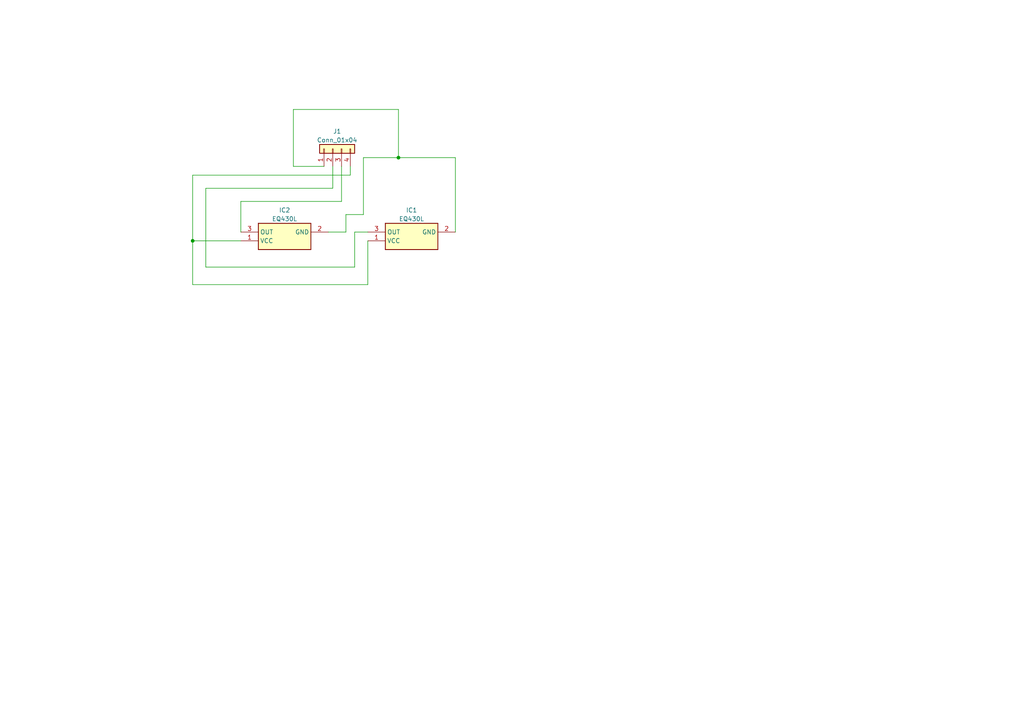
<source format=kicad_sch>
(kicad_sch (version 20230121) (generator eeschema)

  (uuid 200ab048-5445-4063-ad45-f0a3a6ac20be)

  (paper "A4")

  (lib_symbols
    (symbol "Connector_Generic:Conn_01x04" (pin_names (offset 1.016) hide) (in_bom yes) (on_board yes)
      (property "Reference" "J" (at 0 5.08 0)
        (effects (font (size 1.27 1.27)))
      )
      (property "Value" "Conn_01x04" (at 0 -7.62 0)
        (effects (font (size 1.27 1.27)))
      )
      (property "Footprint" "" (at 0 0 0)
        (effects (font (size 1.27 1.27)) hide)
      )
      (property "Datasheet" "~" (at 0 0 0)
        (effects (font (size 1.27 1.27)) hide)
      )
      (property "ki_keywords" "connector" (at 0 0 0)
        (effects (font (size 1.27 1.27)) hide)
      )
      (property "ki_description" "Generic connector, single row, 01x04, script generated (kicad-library-utils/schlib/autogen/connector/)" (at 0 0 0)
        (effects (font (size 1.27 1.27)) hide)
      )
      (property "ki_fp_filters" "Connector*:*_1x??_*" (at 0 0 0)
        (effects (font (size 1.27 1.27)) hide)
      )
      (symbol "Conn_01x04_1_1"
        (rectangle (start -1.27 -4.953) (end 0 -5.207)
          (stroke (width 0.1524) (type default))
          (fill (type none))
        )
        (rectangle (start -1.27 -2.413) (end 0 -2.667)
          (stroke (width 0.1524) (type default))
          (fill (type none))
        )
        (rectangle (start -1.27 0.127) (end 0 -0.127)
          (stroke (width 0.1524) (type default))
          (fill (type none))
        )
        (rectangle (start -1.27 2.667) (end 0 2.413)
          (stroke (width 0.1524) (type default))
          (fill (type none))
        )
        (rectangle (start -1.27 3.81) (end 1.27 -6.35)
          (stroke (width 0.254) (type default))
          (fill (type background))
        )
        (pin passive line (at -5.08 2.54 0) (length 3.81)
          (name "Pin_1" (effects (font (size 1.27 1.27))))
          (number "1" (effects (font (size 1.27 1.27))))
        )
        (pin passive line (at -5.08 0 0) (length 3.81)
          (name "Pin_2" (effects (font (size 1.27 1.27))))
          (number "2" (effects (font (size 1.27 1.27))))
        )
        (pin passive line (at -5.08 -2.54 0) (length 3.81)
          (name "Pin_3" (effects (font (size 1.27 1.27))))
          (number "3" (effects (font (size 1.27 1.27))))
        )
        (pin passive line (at -5.08 -5.08 0) (length 3.81)
          (name "Pin_4" (effects (font (size 1.27 1.27))))
          (number "4" (effects (font (size 1.27 1.27))))
        )
      )
    )
    (symbol "SamacSys_Parts:EQ430L" (in_bom yes) (on_board yes)
      (property "Reference" "IC" (at 21.59 7.62 0)
        (effects (font (size 1.27 1.27)) (justify left top))
      )
      (property "Value" "EQ430L" (at 21.59 5.08 0)
        (effects (font (size 1.27 1.27)) (justify left top))
      )
      (property "Footprint" "EQ430L" (at 21.59 -94.92 0)
        (effects (font (size 1.27 1.27)) (justify left top) hide)
      )
      (property "Datasheet" "https://www.akm.com/content/dam/documents/products/magnetic-sensor/linear-hall-effect-ic/eq430l/eq430l-en-datasheet.pdf" (at 21.59 -194.92 0)
        (effects (font (size 1.27 1.27)) (justify left top) hide)
      )
      (property "Height" "1.4" (at 21.59 -394.92 0)
        (effects (font (size 1.27 1.27)) (justify left top) hide)
      )
      (property "Mouser Part Number" "" (at 21.59 -494.92 0)
        (effects (font (size 1.27 1.27)) (justify left top) hide)
      )
      (property "Mouser Price/Stock" "" (at 21.59 -594.92 0)
        (effects (font (size 1.27 1.27)) (justify left top) hide)
      )
      (property "Manufacturer_Name" "AKM" (at 21.59 -694.92 0)
        (effects (font (size 1.27 1.27)) (justify left top) hide)
      )
      (property "Manufacturer_Part_Number" "EQ430L" (at 21.59 -794.92 0)
        (effects (font (size 1.27 1.27)) (justify left top) hide)
      )
      (property "ki_description" "Hybrid Linear Hall Effect Ics EQ-series" (at 0 0 0)
        (effects (font (size 1.27 1.27)) hide)
      )
      (symbol "EQ430L_1_1"
        (rectangle (start 5.08 2.54) (end 20.32 -5.08)
          (stroke (width 0.254) (type default))
          (fill (type background))
        )
        (pin passive line (at 0 -2.54 0) (length 5.08)
          (name "VCC" (effects (font (size 1.27 1.27))))
          (number "1" (effects (font (size 1.27 1.27))))
        )
        (pin passive line (at 25.4 0 180) (length 5.08)
          (name "GND" (effects (font (size 1.27 1.27))))
          (number "2" (effects (font (size 1.27 1.27))))
        )
        (pin passive line (at 0 0 0) (length 5.08)
          (name "OUT" (effects (font (size 1.27 1.27))))
          (number "3" (effects (font (size 1.27 1.27))))
        )
      )
    )
  )

  (junction (at 115.57 45.72) (diameter 0) (color 0 0 0 0)
    (uuid 7f67d10a-f7ba-4f5f-a416-f632725aa52f)
  )
  (junction (at 55.88 69.85) (diameter 0) (color 0 0 0 0)
    (uuid af724c36-b733-4777-a180-7b43ede06e7d)
  )

  (wire (pts (xy 59.69 54.61) (xy 96.52 54.61))
    (stroke (width 0) (type default))
    (uuid 065a8227-90d6-4535-90aa-c3baadf16afb)
  )
  (wire (pts (xy 100.33 67.31) (xy 95.25 67.31))
    (stroke (width 0) (type default))
    (uuid 099b9da3-20a1-480e-90ee-7bd5c8d37bb3)
  )
  (wire (pts (xy 115.57 31.75) (xy 85.09 31.75))
    (stroke (width 0) (type default))
    (uuid 1d3da66e-1470-411d-8d71-db1fb3711661)
  )
  (wire (pts (xy 55.88 82.55) (xy 55.88 69.85))
    (stroke (width 0) (type default))
    (uuid 1e5b60e0-e49b-48b0-8c4d-08592d11ad5c)
  )
  (wire (pts (xy 115.57 45.72) (xy 105.41 45.72))
    (stroke (width 0) (type default))
    (uuid 266421da-250f-4015-8480-9cf7f5237e5f)
  )
  (wire (pts (xy 106.68 82.55) (xy 55.88 82.55))
    (stroke (width 0) (type default))
    (uuid 269742ec-66a1-4920-b4bd-dad39fb06319)
  )
  (wire (pts (xy 55.88 50.8) (xy 101.6 50.8))
    (stroke (width 0) (type default))
    (uuid 2fbb4224-f5bf-48e7-96c7-66fee0263c10)
  )
  (wire (pts (xy 100.33 62.23) (xy 100.33 67.31))
    (stroke (width 0) (type default))
    (uuid 427d965e-b216-46d7-89f4-7d12b4b2dd06)
  )
  (wire (pts (xy 69.85 67.31) (xy 69.85 58.42))
    (stroke (width 0) (type default))
    (uuid 458f9788-c729-45fd-8e8c-fd60db5915bf)
  )
  (wire (pts (xy 115.57 45.72) (xy 115.57 31.75))
    (stroke (width 0) (type default))
    (uuid 46c31a9e-4522-4772-95c5-86778cd9cb53)
  )
  (wire (pts (xy 85.09 31.75) (xy 85.09 48.26))
    (stroke (width 0) (type default))
    (uuid 487a473a-a859-4bf6-a9eb-98b03109d118)
  )
  (wire (pts (xy 100.33 62.23) (xy 105.41 62.23))
    (stroke (width 0) (type default))
    (uuid 4c9c4d1d-63ce-4525-94c9-fd28aa8c820d)
  )
  (wire (pts (xy 55.88 69.85) (xy 55.88 50.8))
    (stroke (width 0) (type default))
    (uuid 4ff33ae5-468d-4a69-82a1-d3ff089025ac)
  )
  (wire (pts (xy 102.87 77.47) (xy 59.69 77.47))
    (stroke (width 0) (type default))
    (uuid 61de7834-7dc2-4eb0-a300-cf8baa1e32be)
  )
  (wire (pts (xy 96.52 48.26) (xy 96.52 54.61))
    (stroke (width 0) (type default))
    (uuid 788de824-3ba2-4518-b493-63d0f72b2b39)
  )
  (wire (pts (xy 101.6 50.8) (xy 101.6 48.26))
    (stroke (width 0) (type default))
    (uuid 78eaa8c2-3a0e-453f-8091-90dcff55752f)
  )
  (wire (pts (xy 106.68 67.31) (xy 102.87 67.31))
    (stroke (width 0) (type default))
    (uuid 7dd975ca-b04f-431a-ba34-011cb38e2f84)
  )
  (wire (pts (xy 59.69 77.47) (xy 59.69 54.61))
    (stroke (width 0) (type default))
    (uuid 835447e0-7fc4-4c5e-8206-955c441cd5da)
  )
  (wire (pts (xy 102.87 67.31) (xy 102.87 77.47))
    (stroke (width 0) (type default))
    (uuid 877d6232-9009-4933-a0e7-5573dba821eb)
  )
  (wire (pts (xy 85.09 48.26) (xy 93.98 48.26))
    (stroke (width 0) (type default))
    (uuid 95d90340-abdf-49a1-ad66-8fb2e63245a5)
  )
  (wire (pts (xy 69.85 58.42) (xy 99.06 58.42))
    (stroke (width 0) (type default))
    (uuid b27f371c-a196-439a-8618-3d0d0180872d)
  )
  (wire (pts (xy 99.06 48.26) (xy 99.06 58.42))
    (stroke (width 0) (type default))
    (uuid d4110ecc-046c-4d2f-b930-3f0a94e7fe90)
  )
  (wire (pts (xy 132.08 67.31) (xy 132.08 45.72))
    (stroke (width 0) (type default))
    (uuid e6e14e70-8e69-4af6-9a3b-47c2d8bf105a)
  )
  (wire (pts (xy 132.08 45.72) (xy 115.57 45.72))
    (stroke (width 0) (type default))
    (uuid ef11fcf9-4baf-43ea-976d-74ecb255865b)
  )
  (wire (pts (xy 55.88 69.85) (xy 69.85 69.85))
    (stroke (width 0) (type default))
    (uuid f8671cbd-ade6-49dc-81b8-081b423e691c)
  )
  (wire (pts (xy 105.41 62.23) (xy 105.41 45.72))
    (stroke (width 0) (type default))
    (uuid fbbefef6-2570-4a1a-8ddd-5bfe1427e768)
  )
  (wire (pts (xy 106.68 69.85) (xy 106.68 82.55))
    (stroke (width 0) (type default))
    (uuid ff2757a1-8b0a-4c2c-a973-bf821facf7fa)
  )

  (symbol (lib_id "SamacSys_Parts:EQ430L") (at 106.68 67.31 0) (unit 1)
    (in_bom yes) (on_board yes) (dnp no) (fields_autoplaced)
    (uuid 71cae745-46b5-443b-8a83-72dac5fe4164)
    (property "Reference" "IC1" (at 119.38 60.96 0)
      (effects (font (size 1.27 1.27)))
    )
    (property "Value" "EQ430L" (at 119.38 63.5 0)
      (effects (font (size 1.27 1.27)))
    )
    (property "Footprint" "SamacSys_Parts:EQ430L" (at 128.27 162.23 0)
      (effects (font (size 1.27 1.27)) (justify left top) hide)
    )
    (property "Datasheet" "https://www.akm.com/content/dam/documents/products/magnetic-sensor/linear-hall-effect-ic/eq430l/eq430l-en-datasheet.pdf" (at 128.27 262.23 0)
      (effects (font (size 1.27 1.27)) (justify left top) hide)
    )
    (property "Height" "1.4" (at 128.27 462.23 0)
      (effects (font (size 1.27 1.27)) (justify left top) hide)
    )
    (property "Mouser Part Number" "" (at 128.27 562.23 0)
      (effects (font (size 1.27 1.27)) (justify left top) hide)
    )
    (property "Mouser Price/Stock" "" (at 128.27 662.23 0)
      (effects (font (size 1.27 1.27)) (justify left top) hide)
    )
    (property "Manufacturer_Name" "AKM" (at 128.27 762.23 0)
      (effects (font (size 1.27 1.27)) (justify left top) hide)
    )
    (property "Manufacturer_Part_Number" "EQ430L" (at 128.27 862.23 0)
      (effects (font (size 1.27 1.27)) (justify left top) hide)
    )
    (pin "1" (uuid 9ca71710-64af-4412-8060-53c2cf518878))
    (pin "2" (uuid 3a70a517-ed14-43a9-94df-2aca5497beb0))
    (pin "3" (uuid d512cf8c-8d06-42d7-94ab-a9d9727d7248))
    (instances
      (project "MacroPad"
        (path "/200ab048-5445-4063-ad45-f0a3a6ac20be"
          (reference "IC1") (unit 1)
        )
      )
    )
  )

  (symbol (lib_id "SamacSys_Parts:EQ430L") (at 69.85 67.31 0) (unit 1)
    (in_bom yes) (on_board yes) (dnp no) (fields_autoplaced)
    (uuid 9eebd93a-2e41-4b37-8d5f-72fbd72bcdf8)
    (property "Reference" "IC2" (at 82.55 60.96 0)
      (effects (font (size 1.27 1.27)))
    )
    (property "Value" "EQ430L" (at 82.55 63.5 0)
      (effects (font (size 1.27 1.27)))
    )
    (property "Footprint" "SamacSys_Parts:EQ430L" (at 91.44 162.23 0)
      (effects (font (size 1.27 1.27)) (justify left top) hide)
    )
    (property "Datasheet" "https://www.akm.com/content/dam/documents/products/magnetic-sensor/linear-hall-effect-ic/eq430l/eq430l-en-datasheet.pdf" (at 91.44 262.23 0)
      (effects (font (size 1.27 1.27)) (justify left top) hide)
    )
    (property "Height" "1.4" (at 91.44 462.23 0)
      (effects (font (size 1.27 1.27)) (justify left top) hide)
    )
    (property "Mouser Part Number" "" (at 91.44 562.23 0)
      (effects (font (size 1.27 1.27)) (justify left top) hide)
    )
    (property "Mouser Price/Stock" "" (at 91.44 662.23 0)
      (effects (font (size 1.27 1.27)) (justify left top) hide)
    )
    (property "Manufacturer_Name" "AKM" (at 91.44 762.23 0)
      (effects (font (size 1.27 1.27)) (justify left top) hide)
    )
    (property "Manufacturer_Part_Number" "EQ430L" (at 91.44 862.23 0)
      (effects (font (size 1.27 1.27)) (justify left top) hide)
    )
    (pin "1" (uuid 6b0d35bf-9b55-424b-b210-0ea256d3545a))
    (pin "2" (uuid 0926ad52-3f32-4f0f-9fc6-50401ad7ed0a))
    (pin "3" (uuid f8fba7ff-ff69-43ac-bab1-59463eda0202))
    (instances
      (project "MacroPad"
        (path "/200ab048-5445-4063-ad45-f0a3a6ac20be"
          (reference "IC2") (unit 1)
        )
      )
    )
  )

  (symbol (lib_id "Connector_Generic:Conn_01x04") (at 96.52 43.18 90) (unit 1)
    (in_bom yes) (on_board yes) (dnp no) (fields_autoplaced)
    (uuid f5ef1598-e753-45be-879d-81030b761c84)
    (property "Reference" "J1" (at 97.79 38.1 90)
      (effects (font (size 1.27 1.27)))
    )
    (property "Value" "Conn_01x04" (at 97.79 40.64 90)
      (effects (font (size 1.27 1.27)))
    )
    (property "Footprint" "Connector_PinHeader_2.54mm:PinHeader_1x04_P2.54mm_Vertical" (at 96.52 43.18 0)
      (effects (font (size 1.27 1.27)) hide)
    )
    (property "Datasheet" "~" (at 96.52 43.18 0)
      (effects (font (size 1.27 1.27)) hide)
    )
    (pin "1" (uuid 4eb0ddbe-abab-4444-b0f2-d287534a67f2))
    (pin "2" (uuid 5d1e344d-efa3-4474-96c3-36ac5b5160cc))
    (pin "3" (uuid 628074f6-2118-4aa0-93a1-06ade3560bce))
    (pin "4" (uuid 2d5ef994-943f-4cdb-8cff-8e515d2331aa))
    (instances
      (project "MacroPad"
        (path "/200ab048-5445-4063-ad45-f0a3a6ac20be"
          (reference "J1") (unit 1)
        )
      )
    )
  )

  (sheet_instances
    (path "/" (page "1"))
  )
)

</source>
